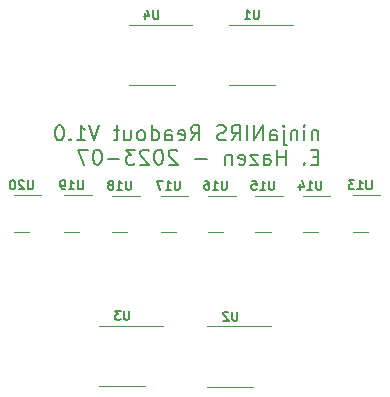
<source format=gbr>
%TF.GenerationSoftware,KiCad,Pcbnew,7.0.6-7.0.6~ubuntu22.04.1*%
%TF.CreationDate,2023-07-31T15:05:58-04:00*%
%TF.ProjectId,readout-box,72656164-6f75-4742-9d62-6f782e6b6963,rev?*%
%TF.SameCoordinates,Original*%
%TF.FileFunction,Legend,Bot*%
%TF.FilePolarity,Positive*%
%FSLAX46Y46*%
G04 Gerber Fmt 4.6, Leading zero omitted, Abs format (unit mm)*
G04 Created by KiCad (PCBNEW 7.0.6-7.0.6~ubuntu22.04.1) date 2023-07-31 15:05:58*
%MOMM*%
%LPD*%
G01*
G04 APERTURE LIST*
%ADD10C,0.152400*%
%ADD11C,0.127000*%
%ADD12C,0.120000*%
G04 APERTURE END LIST*
D10*
X71097356Y-45195284D02*
X71097356Y-46041951D01*
X71097356Y-45316236D02*
X71036879Y-45255760D01*
X71036879Y-45255760D02*
X70915927Y-45195284D01*
X70915927Y-45195284D02*
X70734498Y-45195284D01*
X70734498Y-45195284D02*
X70613546Y-45255760D01*
X70613546Y-45255760D02*
X70553070Y-45376713D01*
X70553070Y-45376713D02*
X70553070Y-46041951D01*
X69948308Y-46041951D02*
X69948308Y-45195284D01*
X69948308Y-44771951D02*
X70008784Y-44832427D01*
X70008784Y-44832427D02*
X69948308Y-44892903D01*
X69948308Y-44892903D02*
X69887831Y-44832427D01*
X69887831Y-44832427D02*
X69948308Y-44771951D01*
X69948308Y-44771951D02*
X69948308Y-44892903D01*
X69343546Y-45195284D02*
X69343546Y-46041951D01*
X69343546Y-45316236D02*
X69283069Y-45255760D01*
X69283069Y-45255760D02*
X69162117Y-45195284D01*
X69162117Y-45195284D02*
X68980688Y-45195284D01*
X68980688Y-45195284D02*
X68859736Y-45255760D01*
X68859736Y-45255760D02*
X68799260Y-45376713D01*
X68799260Y-45376713D02*
X68799260Y-46041951D01*
X68194498Y-45195284D02*
X68194498Y-46283855D01*
X68194498Y-46283855D02*
X68254974Y-46404808D01*
X68254974Y-46404808D02*
X68375926Y-46465284D01*
X68375926Y-46465284D02*
X68436402Y-46465284D01*
X68194498Y-44771951D02*
X68254974Y-44832427D01*
X68254974Y-44832427D02*
X68194498Y-44892903D01*
X68194498Y-44892903D02*
X68134021Y-44832427D01*
X68134021Y-44832427D02*
X68194498Y-44771951D01*
X68194498Y-44771951D02*
X68194498Y-44892903D01*
X67045450Y-46041951D02*
X67045450Y-45376713D01*
X67045450Y-45376713D02*
X67105926Y-45255760D01*
X67105926Y-45255760D02*
X67226878Y-45195284D01*
X67226878Y-45195284D02*
X67468783Y-45195284D01*
X67468783Y-45195284D02*
X67589736Y-45255760D01*
X67045450Y-45981475D02*
X67166402Y-46041951D01*
X67166402Y-46041951D02*
X67468783Y-46041951D01*
X67468783Y-46041951D02*
X67589736Y-45981475D01*
X67589736Y-45981475D02*
X67650212Y-45860522D01*
X67650212Y-45860522D02*
X67650212Y-45739570D01*
X67650212Y-45739570D02*
X67589736Y-45618617D01*
X67589736Y-45618617D02*
X67468783Y-45558141D01*
X67468783Y-45558141D02*
X67166402Y-45558141D01*
X67166402Y-45558141D02*
X67045450Y-45497665D01*
X66440688Y-46041951D02*
X66440688Y-44771951D01*
X66440688Y-44771951D02*
X65714973Y-46041951D01*
X65714973Y-46041951D02*
X65714973Y-44771951D01*
X65110212Y-46041951D02*
X65110212Y-44771951D01*
X63779735Y-46041951D02*
X64203069Y-45437189D01*
X64505450Y-46041951D02*
X64505450Y-44771951D01*
X64505450Y-44771951D02*
X64021640Y-44771951D01*
X64021640Y-44771951D02*
X63900688Y-44832427D01*
X63900688Y-44832427D02*
X63840211Y-44892903D01*
X63840211Y-44892903D02*
X63779735Y-45013855D01*
X63779735Y-45013855D02*
X63779735Y-45195284D01*
X63779735Y-45195284D02*
X63840211Y-45316236D01*
X63840211Y-45316236D02*
X63900688Y-45376713D01*
X63900688Y-45376713D02*
X64021640Y-45437189D01*
X64021640Y-45437189D02*
X64505450Y-45437189D01*
X63295926Y-45981475D02*
X63114497Y-46041951D01*
X63114497Y-46041951D02*
X62812116Y-46041951D01*
X62812116Y-46041951D02*
X62691164Y-45981475D01*
X62691164Y-45981475D02*
X62630688Y-45920998D01*
X62630688Y-45920998D02*
X62570211Y-45800046D01*
X62570211Y-45800046D02*
X62570211Y-45679094D01*
X62570211Y-45679094D02*
X62630688Y-45558141D01*
X62630688Y-45558141D02*
X62691164Y-45497665D01*
X62691164Y-45497665D02*
X62812116Y-45437189D01*
X62812116Y-45437189D02*
X63054021Y-45376713D01*
X63054021Y-45376713D02*
X63174973Y-45316236D01*
X63174973Y-45316236D02*
X63235450Y-45255760D01*
X63235450Y-45255760D02*
X63295926Y-45134808D01*
X63295926Y-45134808D02*
X63295926Y-45013855D01*
X63295926Y-45013855D02*
X63235450Y-44892903D01*
X63235450Y-44892903D02*
X63174973Y-44832427D01*
X63174973Y-44832427D02*
X63054021Y-44771951D01*
X63054021Y-44771951D02*
X62751640Y-44771951D01*
X62751640Y-44771951D02*
X62570211Y-44832427D01*
X60332592Y-46041951D02*
X60755926Y-45437189D01*
X61058307Y-46041951D02*
X61058307Y-44771951D01*
X61058307Y-44771951D02*
X60574497Y-44771951D01*
X60574497Y-44771951D02*
X60453545Y-44832427D01*
X60453545Y-44832427D02*
X60393068Y-44892903D01*
X60393068Y-44892903D02*
X60332592Y-45013855D01*
X60332592Y-45013855D02*
X60332592Y-45195284D01*
X60332592Y-45195284D02*
X60393068Y-45316236D01*
X60393068Y-45316236D02*
X60453545Y-45376713D01*
X60453545Y-45376713D02*
X60574497Y-45437189D01*
X60574497Y-45437189D02*
X61058307Y-45437189D01*
X59304497Y-45981475D02*
X59425449Y-46041951D01*
X59425449Y-46041951D02*
X59667354Y-46041951D01*
X59667354Y-46041951D02*
X59788307Y-45981475D01*
X59788307Y-45981475D02*
X59848783Y-45860522D01*
X59848783Y-45860522D02*
X59848783Y-45376713D01*
X59848783Y-45376713D02*
X59788307Y-45255760D01*
X59788307Y-45255760D02*
X59667354Y-45195284D01*
X59667354Y-45195284D02*
X59425449Y-45195284D01*
X59425449Y-45195284D02*
X59304497Y-45255760D01*
X59304497Y-45255760D02*
X59244021Y-45376713D01*
X59244021Y-45376713D02*
X59244021Y-45497665D01*
X59244021Y-45497665D02*
X59848783Y-45618617D01*
X58155450Y-46041951D02*
X58155450Y-45376713D01*
X58155450Y-45376713D02*
X58215926Y-45255760D01*
X58215926Y-45255760D02*
X58336878Y-45195284D01*
X58336878Y-45195284D02*
X58578783Y-45195284D01*
X58578783Y-45195284D02*
X58699736Y-45255760D01*
X58155450Y-45981475D02*
X58276402Y-46041951D01*
X58276402Y-46041951D02*
X58578783Y-46041951D01*
X58578783Y-46041951D02*
X58699736Y-45981475D01*
X58699736Y-45981475D02*
X58760212Y-45860522D01*
X58760212Y-45860522D02*
X58760212Y-45739570D01*
X58760212Y-45739570D02*
X58699736Y-45618617D01*
X58699736Y-45618617D02*
X58578783Y-45558141D01*
X58578783Y-45558141D02*
X58276402Y-45558141D01*
X58276402Y-45558141D02*
X58155450Y-45497665D01*
X57006402Y-46041951D02*
X57006402Y-44771951D01*
X57006402Y-45981475D02*
X57127354Y-46041951D01*
X57127354Y-46041951D02*
X57369259Y-46041951D01*
X57369259Y-46041951D02*
X57490211Y-45981475D01*
X57490211Y-45981475D02*
X57550688Y-45920998D01*
X57550688Y-45920998D02*
X57611164Y-45800046D01*
X57611164Y-45800046D02*
X57611164Y-45437189D01*
X57611164Y-45437189D02*
X57550688Y-45316236D01*
X57550688Y-45316236D02*
X57490211Y-45255760D01*
X57490211Y-45255760D02*
X57369259Y-45195284D01*
X57369259Y-45195284D02*
X57127354Y-45195284D01*
X57127354Y-45195284D02*
X57006402Y-45255760D01*
X56220211Y-46041951D02*
X56341163Y-45981475D01*
X56341163Y-45981475D02*
X56401640Y-45920998D01*
X56401640Y-45920998D02*
X56462116Y-45800046D01*
X56462116Y-45800046D02*
X56462116Y-45437189D01*
X56462116Y-45437189D02*
X56401640Y-45316236D01*
X56401640Y-45316236D02*
X56341163Y-45255760D01*
X56341163Y-45255760D02*
X56220211Y-45195284D01*
X56220211Y-45195284D02*
X56038782Y-45195284D01*
X56038782Y-45195284D02*
X55917830Y-45255760D01*
X55917830Y-45255760D02*
X55857354Y-45316236D01*
X55857354Y-45316236D02*
X55796878Y-45437189D01*
X55796878Y-45437189D02*
X55796878Y-45800046D01*
X55796878Y-45800046D02*
X55857354Y-45920998D01*
X55857354Y-45920998D02*
X55917830Y-45981475D01*
X55917830Y-45981475D02*
X56038782Y-46041951D01*
X56038782Y-46041951D02*
X56220211Y-46041951D01*
X54708306Y-45195284D02*
X54708306Y-46041951D01*
X55252592Y-45195284D02*
X55252592Y-45860522D01*
X55252592Y-45860522D02*
X55192115Y-45981475D01*
X55192115Y-45981475D02*
X55071163Y-46041951D01*
X55071163Y-46041951D02*
X54889734Y-46041951D01*
X54889734Y-46041951D02*
X54768782Y-45981475D01*
X54768782Y-45981475D02*
X54708306Y-45920998D01*
X54284972Y-45195284D02*
X53801163Y-45195284D01*
X54103544Y-44771951D02*
X54103544Y-45860522D01*
X54103544Y-45860522D02*
X54043067Y-45981475D01*
X54043067Y-45981475D02*
X53922115Y-46041951D01*
X53922115Y-46041951D02*
X53801163Y-46041951D01*
X52591639Y-44771951D02*
X52168306Y-46041951D01*
X52168306Y-46041951D02*
X51744972Y-44771951D01*
X50656401Y-46041951D02*
X51382116Y-46041951D01*
X51019259Y-46041951D02*
X51019259Y-44771951D01*
X51019259Y-44771951D02*
X51140211Y-44953379D01*
X51140211Y-44953379D02*
X51261163Y-45074332D01*
X51261163Y-45074332D02*
X51382116Y-45134808D01*
X50112116Y-45920998D02*
X50051639Y-45981475D01*
X50051639Y-45981475D02*
X50112116Y-46041951D01*
X50112116Y-46041951D02*
X50172592Y-45981475D01*
X50172592Y-45981475D02*
X50112116Y-45920998D01*
X50112116Y-45920998D02*
X50112116Y-46041951D01*
X49265449Y-44771951D02*
X49144496Y-44771951D01*
X49144496Y-44771951D02*
X49023544Y-44832427D01*
X49023544Y-44832427D02*
X48963068Y-44892903D01*
X48963068Y-44892903D02*
X48902592Y-45013855D01*
X48902592Y-45013855D02*
X48842115Y-45255760D01*
X48842115Y-45255760D02*
X48842115Y-45558141D01*
X48842115Y-45558141D02*
X48902592Y-45800046D01*
X48902592Y-45800046D02*
X48963068Y-45920998D01*
X48963068Y-45920998D02*
X49023544Y-45981475D01*
X49023544Y-45981475D02*
X49144496Y-46041951D01*
X49144496Y-46041951D02*
X49265449Y-46041951D01*
X49265449Y-46041951D02*
X49386401Y-45981475D01*
X49386401Y-45981475D02*
X49446877Y-45920998D01*
X49446877Y-45920998D02*
X49507354Y-45800046D01*
X49507354Y-45800046D02*
X49567830Y-45558141D01*
X49567830Y-45558141D02*
X49567830Y-45255760D01*
X49567830Y-45255760D02*
X49507354Y-45013855D01*
X49507354Y-45013855D02*
X49446877Y-44892903D01*
X49446877Y-44892903D02*
X49386401Y-44832427D01*
X49386401Y-44832427D02*
X49265449Y-44771951D01*
X71097356Y-47421413D02*
X70674022Y-47421413D01*
X70492594Y-48086651D02*
X71097356Y-48086651D01*
X71097356Y-48086651D02*
X71097356Y-46816651D01*
X71097356Y-46816651D02*
X70492594Y-46816651D01*
X69948308Y-47965698D02*
X69887831Y-48026175D01*
X69887831Y-48026175D02*
X69948308Y-48086651D01*
X69948308Y-48086651D02*
X70008784Y-48026175D01*
X70008784Y-48026175D02*
X69948308Y-47965698D01*
X69948308Y-47965698D02*
X69948308Y-48086651D01*
X68375927Y-48086651D02*
X68375927Y-46816651D01*
X68375927Y-47421413D02*
X67650212Y-47421413D01*
X67650212Y-48086651D02*
X67650212Y-46816651D01*
X66501165Y-48086651D02*
X66501165Y-47421413D01*
X66501165Y-47421413D02*
X66561641Y-47300460D01*
X66561641Y-47300460D02*
X66682593Y-47239984D01*
X66682593Y-47239984D02*
X66924498Y-47239984D01*
X66924498Y-47239984D02*
X67045451Y-47300460D01*
X66501165Y-48026175D02*
X66622117Y-48086651D01*
X66622117Y-48086651D02*
X66924498Y-48086651D01*
X66924498Y-48086651D02*
X67045451Y-48026175D01*
X67045451Y-48026175D02*
X67105927Y-47905222D01*
X67105927Y-47905222D02*
X67105927Y-47784270D01*
X67105927Y-47784270D02*
X67045451Y-47663317D01*
X67045451Y-47663317D02*
X66924498Y-47602841D01*
X66924498Y-47602841D02*
X66622117Y-47602841D01*
X66622117Y-47602841D02*
X66501165Y-47542365D01*
X66017355Y-47239984D02*
X65352117Y-47239984D01*
X65352117Y-47239984D02*
X66017355Y-48086651D01*
X66017355Y-48086651D02*
X65352117Y-48086651D01*
X64384498Y-48026175D02*
X64505450Y-48086651D01*
X64505450Y-48086651D02*
X64747355Y-48086651D01*
X64747355Y-48086651D02*
X64868308Y-48026175D01*
X64868308Y-48026175D02*
X64928784Y-47905222D01*
X64928784Y-47905222D02*
X64928784Y-47421413D01*
X64928784Y-47421413D02*
X64868308Y-47300460D01*
X64868308Y-47300460D02*
X64747355Y-47239984D01*
X64747355Y-47239984D02*
X64505450Y-47239984D01*
X64505450Y-47239984D02*
X64384498Y-47300460D01*
X64384498Y-47300460D02*
X64324022Y-47421413D01*
X64324022Y-47421413D02*
X64324022Y-47542365D01*
X64324022Y-47542365D02*
X64928784Y-47663317D01*
X63779737Y-47239984D02*
X63779737Y-48086651D01*
X63779737Y-47360936D02*
X63719260Y-47300460D01*
X63719260Y-47300460D02*
X63598308Y-47239984D01*
X63598308Y-47239984D02*
X63416879Y-47239984D01*
X63416879Y-47239984D02*
X63295927Y-47300460D01*
X63295927Y-47300460D02*
X63235451Y-47421413D01*
X63235451Y-47421413D02*
X63235451Y-48086651D01*
X61663070Y-47602841D02*
X60695451Y-47602841D01*
X59183546Y-46937603D02*
X59123070Y-46877127D01*
X59123070Y-46877127D02*
X59002117Y-46816651D01*
X59002117Y-46816651D02*
X58699736Y-46816651D01*
X58699736Y-46816651D02*
X58578784Y-46877127D01*
X58578784Y-46877127D02*
X58518308Y-46937603D01*
X58518308Y-46937603D02*
X58457831Y-47058555D01*
X58457831Y-47058555D02*
X58457831Y-47179508D01*
X58457831Y-47179508D02*
X58518308Y-47360936D01*
X58518308Y-47360936D02*
X59244022Y-48086651D01*
X59244022Y-48086651D02*
X58457831Y-48086651D01*
X57671641Y-46816651D02*
X57550688Y-46816651D01*
X57550688Y-46816651D02*
X57429736Y-46877127D01*
X57429736Y-46877127D02*
X57369260Y-46937603D01*
X57369260Y-46937603D02*
X57308784Y-47058555D01*
X57308784Y-47058555D02*
X57248307Y-47300460D01*
X57248307Y-47300460D02*
X57248307Y-47602841D01*
X57248307Y-47602841D02*
X57308784Y-47844746D01*
X57308784Y-47844746D02*
X57369260Y-47965698D01*
X57369260Y-47965698D02*
X57429736Y-48026175D01*
X57429736Y-48026175D02*
X57550688Y-48086651D01*
X57550688Y-48086651D02*
X57671641Y-48086651D01*
X57671641Y-48086651D02*
X57792593Y-48026175D01*
X57792593Y-48026175D02*
X57853069Y-47965698D01*
X57853069Y-47965698D02*
X57913546Y-47844746D01*
X57913546Y-47844746D02*
X57974022Y-47602841D01*
X57974022Y-47602841D02*
X57974022Y-47300460D01*
X57974022Y-47300460D02*
X57913546Y-47058555D01*
X57913546Y-47058555D02*
X57853069Y-46937603D01*
X57853069Y-46937603D02*
X57792593Y-46877127D01*
X57792593Y-46877127D02*
X57671641Y-46816651D01*
X56764498Y-46937603D02*
X56704022Y-46877127D01*
X56704022Y-46877127D02*
X56583069Y-46816651D01*
X56583069Y-46816651D02*
X56280688Y-46816651D01*
X56280688Y-46816651D02*
X56159736Y-46877127D01*
X56159736Y-46877127D02*
X56099260Y-46937603D01*
X56099260Y-46937603D02*
X56038783Y-47058555D01*
X56038783Y-47058555D02*
X56038783Y-47179508D01*
X56038783Y-47179508D02*
X56099260Y-47360936D01*
X56099260Y-47360936D02*
X56824974Y-48086651D01*
X56824974Y-48086651D02*
X56038783Y-48086651D01*
X55615450Y-46816651D02*
X54829259Y-46816651D01*
X54829259Y-46816651D02*
X55252593Y-47300460D01*
X55252593Y-47300460D02*
X55071164Y-47300460D01*
X55071164Y-47300460D02*
X54950212Y-47360936D01*
X54950212Y-47360936D02*
X54889736Y-47421413D01*
X54889736Y-47421413D02*
X54829259Y-47542365D01*
X54829259Y-47542365D02*
X54829259Y-47844746D01*
X54829259Y-47844746D02*
X54889736Y-47965698D01*
X54889736Y-47965698D02*
X54950212Y-48026175D01*
X54950212Y-48026175D02*
X55071164Y-48086651D01*
X55071164Y-48086651D02*
X55434021Y-48086651D01*
X55434021Y-48086651D02*
X55554974Y-48026175D01*
X55554974Y-48026175D02*
X55615450Y-47965698D01*
X54284974Y-47602841D02*
X53317355Y-47602841D01*
X52470688Y-46816651D02*
X52349735Y-46816651D01*
X52349735Y-46816651D02*
X52228783Y-46877127D01*
X52228783Y-46877127D02*
X52168307Y-46937603D01*
X52168307Y-46937603D02*
X52107831Y-47058555D01*
X52107831Y-47058555D02*
X52047354Y-47300460D01*
X52047354Y-47300460D02*
X52047354Y-47602841D01*
X52047354Y-47602841D02*
X52107831Y-47844746D01*
X52107831Y-47844746D02*
X52168307Y-47965698D01*
X52168307Y-47965698D02*
X52228783Y-48026175D01*
X52228783Y-48026175D02*
X52349735Y-48086651D01*
X52349735Y-48086651D02*
X52470688Y-48086651D01*
X52470688Y-48086651D02*
X52591640Y-48026175D01*
X52591640Y-48026175D02*
X52652116Y-47965698D01*
X52652116Y-47965698D02*
X52712593Y-47844746D01*
X52712593Y-47844746D02*
X52773069Y-47602841D01*
X52773069Y-47602841D02*
X52773069Y-47300460D01*
X52773069Y-47300460D02*
X52712593Y-47058555D01*
X52712593Y-47058555D02*
X52652116Y-46937603D01*
X52652116Y-46937603D02*
X52591640Y-46877127D01*
X52591640Y-46877127D02*
X52470688Y-46816651D01*
X51624021Y-46816651D02*
X50777354Y-46816651D01*
X50777354Y-46816651D02*
X51321640Y-48086651D01*
D11*
X64255571Y-60528911D02*
X64255571Y-61145768D01*
X64255571Y-61145768D02*
X64219285Y-61218340D01*
X64219285Y-61218340D02*
X64183000Y-61254626D01*
X64183000Y-61254626D02*
X64110428Y-61290911D01*
X64110428Y-61290911D02*
X63965285Y-61290911D01*
X63965285Y-61290911D02*
X63892714Y-61254626D01*
X63892714Y-61254626D02*
X63856428Y-61218340D01*
X63856428Y-61218340D02*
X63820142Y-61145768D01*
X63820142Y-61145768D02*
X63820142Y-60528911D01*
X63493571Y-60601483D02*
X63457285Y-60565197D01*
X63457285Y-60565197D02*
X63384714Y-60528911D01*
X63384714Y-60528911D02*
X63203285Y-60528911D01*
X63203285Y-60528911D02*
X63130714Y-60565197D01*
X63130714Y-60565197D02*
X63094428Y-60601483D01*
X63094428Y-60601483D02*
X63058142Y-60674054D01*
X63058142Y-60674054D02*
X63058142Y-60746626D01*
X63058142Y-60746626D02*
X63094428Y-60855483D01*
X63094428Y-60855483D02*
X63529856Y-61290911D01*
X63529856Y-61290911D02*
X63058142Y-61290911D01*
X67380928Y-49453911D02*
X67380928Y-50070768D01*
X67380928Y-50070768D02*
X67344642Y-50143340D01*
X67344642Y-50143340D02*
X67308357Y-50179626D01*
X67308357Y-50179626D02*
X67235785Y-50215911D01*
X67235785Y-50215911D02*
X67090642Y-50215911D01*
X67090642Y-50215911D02*
X67018071Y-50179626D01*
X67018071Y-50179626D02*
X66981785Y-50143340D01*
X66981785Y-50143340D02*
X66945499Y-50070768D01*
X66945499Y-50070768D02*
X66945499Y-49453911D01*
X66183499Y-50215911D02*
X66618928Y-50215911D01*
X66401213Y-50215911D02*
X66401213Y-49453911D01*
X66401213Y-49453911D02*
X66473785Y-49562768D01*
X66473785Y-49562768D02*
X66546356Y-49635340D01*
X66546356Y-49635340D02*
X66618928Y-49671626D01*
X65494071Y-49453911D02*
X65856928Y-49453911D01*
X65856928Y-49453911D02*
X65893214Y-49816768D01*
X65893214Y-49816768D02*
X65856928Y-49780483D01*
X65856928Y-49780483D02*
X65784357Y-49744197D01*
X65784357Y-49744197D02*
X65602928Y-49744197D01*
X65602928Y-49744197D02*
X65530357Y-49780483D01*
X65530357Y-49780483D02*
X65494071Y-49816768D01*
X65494071Y-49816768D02*
X65457785Y-49889340D01*
X65457785Y-49889340D02*
X65457785Y-50070768D01*
X65457785Y-50070768D02*
X65494071Y-50143340D01*
X65494071Y-50143340D02*
X65530357Y-50179626D01*
X65530357Y-50179626D02*
X65602928Y-50215911D01*
X65602928Y-50215911D02*
X65784357Y-50215911D01*
X65784357Y-50215911D02*
X65856928Y-50179626D01*
X65856928Y-50179626D02*
X65893214Y-50143340D01*
X51193428Y-49433911D02*
X51193428Y-50050768D01*
X51193428Y-50050768D02*
X51157142Y-50123340D01*
X51157142Y-50123340D02*
X51120857Y-50159626D01*
X51120857Y-50159626D02*
X51048285Y-50195911D01*
X51048285Y-50195911D02*
X50903142Y-50195911D01*
X50903142Y-50195911D02*
X50830571Y-50159626D01*
X50830571Y-50159626D02*
X50794285Y-50123340D01*
X50794285Y-50123340D02*
X50757999Y-50050768D01*
X50757999Y-50050768D02*
X50757999Y-49433911D01*
X49995999Y-50195911D02*
X50431428Y-50195911D01*
X50213713Y-50195911D02*
X50213713Y-49433911D01*
X50213713Y-49433911D02*
X50286285Y-49542768D01*
X50286285Y-49542768D02*
X50358856Y-49615340D01*
X50358856Y-49615340D02*
X50431428Y-49651626D01*
X49633142Y-50195911D02*
X49487999Y-50195911D01*
X49487999Y-50195911D02*
X49415428Y-50159626D01*
X49415428Y-50159626D02*
X49379142Y-50123340D01*
X49379142Y-50123340D02*
X49306571Y-50014483D01*
X49306571Y-50014483D02*
X49270285Y-49869340D01*
X49270285Y-49869340D02*
X49270285Y-49579054D01*
X49270285Y-49579054D02*
X49306571Y-49506483D01*
X49306571Y-49506483D02*
X49342857Y-49470197D01*
X49342857Y-49470197D02*
X49415428Y-49433911D01*
X49415428Y-49433911D02*
X49560571Y-49433911D01*
X49560571Y-49433911D02*
X49633142Y-49470197D01*
X49633142Y-49470197D02*
X49669428Y-49506483D01*
X49669428Y-49506483D02*
X49705714Y-49579054D01*
X49705714Y-49579054D02*
X49705714Y-49760483D01*
X49705714Y-49760483D02*
X49669428Y-49833054D01*
X49669428Y-49833054D02*
X49633142Y-49869340D01*
X49633142Y-49869340D02*
X49560571Y-49905626D01*
X49560571Y-49905626D02*
X49415428Y-49905626D01*
X49415428Y-49905626D02*
X49342857Y-49869340D01*
X49342857Y-49869340D02*
X49306571Y-49833054D01*
X49306571Y-49833054D02*
X49270285Y-49760483D01*
X55105571Y-60478911D02*
X55105571Y-61095768D01*
X55105571Y-61095768D02*
X55069285Y-61168340D01*
X55069285Y-61168340D02*
X55033000Y-61204626D01*
X55033000Y-61204626D02*
X54960428Y-61240911D01*
X54960428Y-61240911D02*
X54815285Y-61240911D01*
X54815285Y-61240911D02*
X54742714Y-61204626D01*
X54742714Y-61204626D02*
X54706428Y-61168340D01*
X54706428Y-61168340D02*
X54670142Y-61095768D01*
X54670142Y-61095768D02*
X54670142Y-60478911D01*
X54379856Y-60478911D02*
X53908142Y-60478911D01*
X53908142Y-60478911D02*
X54162142Y-60769197D01*
X54162142Y-60769197D02*
X54053285Y-60769197D01*
X54053285Y-60769197D02*
X53980714Y-60805483D01*
X53980714Y-60805483D02*
X53944428Y-60841768D01*
X53944428Y-60841768D02*
X53908142Y-60914340D01*
X53908142Y-60914340D02*
X53908142Y-61095768D01*
X53908142Y-61095768D02*
X53944428Y-61168340D01*
X53944428Y-61168340D02*
X53980714Y-61204626D01*
X53980714Y-61204626D02*
X54053285Y-61240911D01*
X54053285Y-61240911D02*
X54270999Y-61240911D01*
X54270999Y-61240911D02*
X54343571Y-61204626D01*
X54343571Y-61204626D02*
X54379856Y-61168340D01*
X63380928Y-49453911D02*
X63380928Y-50070768D01*
X63380928Y-50070768D02*
X63344642Y-50143340D01*
X63344642Y-50143340D02*
X63308357Y-50179626D01*
X63308357Y-50179626D02*
X63235785Y-50215911D01*
X63235785Y-50215911D02*
X63090642Y-50215911D01*
X63090642Y-50215911D02*
X63018071Y-50179626D01*
X63018071Y-50179626D02*
X62981785Y-50143340D01*
X62981785Y-50143340D02*
X62945499Y-50070768D01*
X62945499Y-50070768D02*
X62945499Y-49453911D01*
X62183499Y-50215911D02*
X62618928Y-50215911D01*
X62401213Y-50215911D02*
X62401213Y-49453911D01*
X62401213Y-49453911D02*
X62473785Y-49562768D01*
X62473785Y-49562768D02*
X62546356Y-49635340D01*
X62546356Y-49635340D02*
X62618928Y-49671626D01*
X61530357Y-49453911D02*
X61675499Y-49453911D01*
X61675499Y-49453911D02*
X61748071Y-49490197D01*
X61748071Y-49490197D02*
X61784357Y-49526483D01*
X61784357Y-49526483D02*
X61856928Y-49635340D01*
X61856928Y-49635340D02*
X61893214Y-49780483D01*
X61893214Y-49780483D02*
X61893214Y-50070768D01*
X61893214Y-50070768D02*
X61856928Y-50143340D01*
X61856928Y-50143340D02*
X61820642Y-50179626D01*
X61820642Y-50179626D02*
X61748071Y-50215911D01*
X61748071Y-50215911D02*
X61602928Y-50215911D01*
X61602928Y-50215911D02*
X61530357Y-50179626D01*
X61530357Y-50179626D02*
X61494071Y-50143340D01*
X61494071Y-50143340D02*
X61457785Y-50070768D01*
X61457785Y-50070768D02*
X61457785Y-49889340D01*
X61457785Y-49889340D02*
X61494071Y-49816768D01*
X61494071Y-49816768D02*
X61530357Y-49780483D01*
X61530357Y-49780483D02*
X61602928Y-49744197D01*
X61602928Y-49744197D02*
X61748071Y-49744197D01*
X61748071Y-49744197D02*
X61820642Y-49780483D01*
X61820642Y-49780483D02*
X61856928Y-49816768D01*
X61856928Y-49816768D02*
X61893214Y-49889340D01*
X75630928Y-49433911D02*
X75630928Y-50050768D01*
X75630928Y-50050768D02*
X75594642Y-50123340D01*
X75594642Y-50123340D02*
X75558357Y-50159626D01*
X75558357Y-50159626D02*
X75485785Y-50195911D01*
X75485785Y-50195911D02*
X75340642Y-50195911D01*
X75340642Y-50195911D02*
X75268071Y-50159626D01*
X75268071Y-50159626D02*
X75231785Y-50123340D01*
X75231785Y-50123340D02*
X75195499Y-50050768D01*
X75195499Y-50050768D02*
X75195499Y-49433911D01*
X74433499Y-50195911D02*
X74868928Y-50195911D01*
X74651213Y-50195911D02*
X74651213Y-49433911D01*
X74651213Y-49433911D02*
X74723785Y-49542768D01*
X74723785Y-49542768D02*
X74796356Y-49615340D01*
X74796356Y-49615340D02*
X74868928Y-49651626D01*
X74179499Y-49433911D02*
X73707785Y-49433911D01*
X73707785Y-49433911D02*
X73961785Y-49724197D01*
X73961785Y-49724197D02*
X73852928Y-49724197D01*
X73852928Y-49724197D02*
X73780357Y-49760483D01*
X73780357Y-49760483D02*
X73744071Y-49796768D01*
X73744071Y-49796768D02*
X73707785Y-49869340D01*
X73707785Y-49869340D02*
X73707785Y-50050768D01*
X73707785Y-50050768D02*
X73744071Y-50123340D01*
X73744071Y-50123340D02*
X73780357Y-50159626D01*
X73780357Y-50159626D02*
X73852928Y-50195911D01*
X73852928Y-50195911D02*
X74070642Y-50195911D01*
X74070642Y-50195911D02*
X74143214Y-50159626D01*
X74143214Y-50159626D02*
X74179499Y-50123340D01*
X66080571Y-35008911D02*
X66080571Y-35625768D01*
X66080571Y-35625768D02*
X66044285Y-35698340D01*
X66044285Y-35698340D02*
X66008000Y-35734626D01*
X66008000Y-35734626D02*
X65935428Y-35770911D01*
X65935428Y-35770911D02*
X65790285Y-35770911D01*
X65790285Y-35770911D02*
X65717714Y-35734626D01*
X65717714Y-35734626D02*
X65681428Y-35698340D01*
X65681428Y-35698340D02*
X65645142Y-35625768D01*
X65645142Y-35625768D02*
X65645142Y-35008911D01*
X64883142Y-35770911D02*
X65318571Y-35770911D01*
X65100856Y-35770911D02*
X65100856Y-35008911D01*
X65100856Y-35008911D02*
X65173428Y-35117768D01*
X65173428Y-35117768D02*
X65245999Y-35190340D01*
X65245999Y-35190340D02*
X65318571Y-35226626D01*
X46943428Y-49433911D02*
X46943428Y-50050768D01*
X46943428Y-50050768D02*
X46907142Y-50123340D01*
X46907142Y-50123340D02*
X46870857Y-50159626D01*
X46870857Y-50159626D02*
X46798285Y-50195911D01*
X46798285Y-50195911D02*
X46653142Y-50195911D01*
X46653142Y-50195911D02*
X46580571Y-50159626D01*
X46580571Y-50159626D02*
X46544285Y-50123340D01*
X46544285Y-50123340D02*
X46507999Y-50050768D01*
X46507999Y-50050768D02*
X46507999Y-49433911D01*
X46181428Y-49506483D02*
X46145142Y-49470197D01*
X46145142Y-49470197D02*
X46072571Y-49433911D01*
X46072571Y-49433911D02*
X45891142Y-49433911D01*
X45891142Y-49433911D02*
X45818571Y-49470197D01*
X45818571Y-49470197D02*
X45782285Y-49506483D01*
X45782285Y-49506483D02*
X45745999Y-49579054D01*
X45745999Y-49579054D02*
X45745999Y-49651626D01*
X45745999Y-49651626D02*
X45782285Y-49760483D01*
X45782285Y-49760483D02*
X46217713Y-50195911D01*
X46217713Y-50195911D02*
X45745999Y-50195911D01*
X45274285Y-49433911D02*
X45201714Y-49433911D01*
X45201714Y-49433911D02*
X45129142Y-49470197D01*
X45129142Y-49470197D02*
X45092857Y-49506483D01*
X45092857Y-49506483D02*
X45056571Y-49579054D01*
X45056571Y-49579054D02*
X45020285Y-49724197D01*
X45020285Y-49724197D02*
X45020285Y-49905626D01*
X45020285Y-49905626D02*
X45056571Y-50050768D01*
X45056571Y-50050768D02*
X45092857Y-50123340D01*
X45092857Y-50123340D02*
X45129142Y-50159626D01*
X45129142Y-50159626D02*
X45201714Y-50195911D01*
X45201714Y-50195911D02*
X45274285Y-50195911D01*
X45274285Y-50195911D02*
X45346857Y-50159626D01*
X45346857Y-50159626D02*
X45383142Y-50123340D01*
X45383142Y-50123340D02*
X45419428Y-50050768D01*
X45419428Y-50050768D02*
X45455714Y-49905626D01*
X45455714Y-49905626D02*
X45455714Y-49724197D01*
X45455714Y-49724197D02*
X45419428Y-49579054D01*
X45419428Y-49579054D02*
X45383142Y-49506483D01*
X45383142Y-49506483D02*
X45346857Y-49470197D01*
X45346857Y-49470197D02*
X45274285Y-49433911D01*
X55255928Y-49453911D02*
X55255928Y-50070768D01*
X55255928Y-50070768D02*
X55219642Y-50143340D01*
X55219642Y-50143340D02*
X55183357Y-50179626D01*
X55183357Y-50179626D02*
X55110785Y-50215911D01*
X55110785Y-50215911D02*
X54965642Y-50215911D01*
X54965642Y-50215911D02*
X54893071Y-50179626D01*
X54893071Y-50179626D02*
X54856785Y-50143340D01*
X54856785Y-50143340D02*
X54820499Y-50070768D01*
X54820499Y-50070768D02*
X54820499Y-49453911D01*
X54058499Y-50215911D02*
X54493928Y-50215911D01*
X54276213Y-50215911D02*
X54276213Y-49453911D01*
X54276213Y-49453911D02*
X54348785Y-49562768D01*
X54348785Y-49562768D02*
X54421356Y-49635340D01*
X54421356Y-49635340D02*
X54493928Y-49671626D01*
X53623071Y-49780483D02*
X53695642Y-49744197D01*
X53695642Y-49744197D02*
X53731928Y-49707911D01*
X53731928Y-49707911D02*
X53768214Y-49635340D01*
X53768214Y-49635340D02*
X53768214Y-49599054D01*
X53768214Y-49599054D02*
X53731928Y-49526483D01*
X53731928Y-49526483D02*
X53695642Y-49490197D01*
X53695642Y-49490197D02*
X53623071Y-49453911D01*
X53623071Y-49453911D02*
X53477928Y-49453911D01*
X53477928Y-49453911D02*
X53405357Y-49490197D01*
X53405357Y-49490197D02*
X53369071Y-49526483D01*
X53369071Y-49526483D02*
X53332785Y-49599054D01*
X53332785Y-49599054D02*
X53332785Y-49635340D01*
X53332785Y-49635340D02*
X53369071Y-49707911D01*
X53369071Y-49707911D02*
X53405357Y-49744197D01*
X53405357Y-49744197D02*
X53477928Y-49780483D01*
X53477928Y-49780483D02*
X53623071Y-49780483D01*
X53623071Y-49780483D02*
X53695642Y-49816768D01*
X53695642Y-49816768D02*
X53731928Y-49853054D01*
X53731928Y-49853054D02*
X53768214Y-49925626D01*
X53768214Y-49925626D02*
X53768214Y-50070768D01*
X53768214Y-50070768D02*
X53731928Y-50143340D01*
X53731928Y-50143340D02*
X53695642Y-50179626D01*
X53695642Y-50179626D02*
X53623071Y-50215911D01*
X53623071Y-50215911D02*
X53477928Y-50215911D01*
X53477928Y-50215911D02*
X53405357Y-50179626D01*
X53405357Y-50179626D02*
X53369071Y-50143340D01*
X53369071Y-50143340D02*
X53332785Y-50070768D01*
X53332785Y-50070768D02*
X53332785Y-49925626D01*
X53332785Y-49925626D02*
X53369071Y-49853054D01*
X53369071Y-49853054D02*
X53405357Y-49816768D01*
X53405357Y-49816768D02*
X53477928Y-49780483D01*
X57580571Y-35008911D02*
X57580571Y-35625768D01*
X57580571Y-35625768D02*
X57544285Y-35698340D01*
X57544285Y-35698340D02*
X57508000Y-35734626D01*
X57508000Y-35734626D02*
X57435428Y-35770911D01*
X57435428Y-35770911D02*
X57290285Y-35770911D01*
X57290285Y-35770911D02*
X57217714Y-35734626D01*
X57217714Y-35734626D02*
X57181428Y-35698340D01*
X57181428Y-35698340D02*
X57145142Y-35625768D01*
X57145142Y-35625768D02*
X57145142Y-35008911D01*
X56455714Y-35262911D02*
X56455714Y-35770911D01*
X56637142Y-34972626D02*
X56818571Y-35516911D01*
X56818571Y-35516911D02*
X56346856Y-35516911D01*
X71380928Y-49453911D02*
X71380928Y-50070768D01*
X71380928Y-50070768D02*
X71344642Y-50143340D01*
X71344642Y-50143340D02*
X71308357Y-50179626D01*
X71308357Y-50179626D02*
X71235785Y-50215911D01*
X71235785Y-50215911D02*
X71090642Y-50215911D01*
X71090642Y-50215911D02*
X71018071Y-50179626D01*
X71018071Y-50179626D02*
X70981785Y-50143340D01*
X70981785Y-50143340D02*
X70945499Y-50070768D01*
X70945499Y-50070768D02*
X70945499Y-49453911D01*
X70183499Y-50215911D02*
X70618928Y-50215911D01*
X70401213Y-50215911D02*
X70401213Y-49453911D01*
X70401213Y-49453911D02*
X70473785Y-49562768D01*
X70473785Y-49562768D02*
X70546356Y-49635340D01*
X70546356Y-49635340D02*
X70618928Y-49671626D01*
X69530357Y-49707911D02*
X69530357Y-50215911D01*
X69711785Y-49417626D02*
X69893214Y-49961911D01*
X69893214Y-49961911D02*
X69421499Y-49961911D01*
X59380928Y-49453911D02*
X59380928Y-50070768D01*
X59380928Y-50070768D02*
X59344642Y-50143340D01*
X59344642Y-50143340D02*
X59308357Y-50179626D01*
X59308357Y-50179626D02*
X59235785Y-50215911D01*
X59235785Y-50215911D02*
X59090642Y-50215911D01*
X59090642Y-50215911D02*
X59018071Y-50179626D01*
X59018071Y-50179626D02*
X58981785Y-50143340D01*
X58981785Y-50143340D02*
X58945499Y-50070768D01*
X58945499Y-50070768D02*
X58945499Y-49453911D01*
X58183499Y-50215911D02*
X58618928Y-50215911D01*
X58401213Y-50215911D02*
X58401213Y-49453911D01*
X58401213Y-49453911D02*
X58473785Y-49562768D01*
X58473785Y-49562768D02*
X58546356Y-49635340D01*
X58546356Y-49635340D02*
X58618928Y-49671626D01*
X57929499Y-49453911D02*
X57421499Y-49453911D01*
X57421499Y-49453911D02*
X57748071Y-50215911D01*
D12*
%TO.C,U2*%
X63675000Y-66905000D02*
X65625000Y-66905000D01*
X63675000Y-66905000D02*
X61725000Y-66905000D01*
X63675000Y-61785000D02*
X67125000Y-61785000D01*
X63675000Y-61785000D02*
X61725000Y-61785000D01*
%TO.C,U15*%
X66437500Y-53830000D02*
X67087500Y-53830000D01*
X66437500Y-53830000D02*
X65787500Y-53830000D01*
X66437500Y-50710000D02*
X68112500Y-50710000D01*
X66437500Y-50710000D02*
X65787500Y-50710000D01*
%TO.C,U19*%
X50250000Y-53810000D02*
X50900000Y-53810000D01*
X50250000Y-53810000D02*
X49600000Y-53810000D01*
X50250000Y-50690000D02*
X51925000Y-50690000D01*
X50250000Y-50690000D02*
X49600000Y-50690000D01*
%TO.C,U3*%
X54525000Y-66855000D02*
X56475000Y-66855000D01*
X54525000Y-66855000D02*
X52575000Y-66855000D01*
X54525000Y-61735000D02*
X57975000Y-61735000D01*
X54525000Y-61735000D02*
X52575000Y-61735000D01*
%TO.C,U16*%
X62437500Y-53830000D02*
X63087500Y-53830000D01*
X62437500Y-53830000D02*
X61787500Y-53830000D01*
X62437500Y-50710000D02*
X64112500Y-50710000D01*
X62437500Y-50710000D02*
X61787500Y-50710000D01*
%TO.C,U13*%
X74687500Y-53810000D02*
X75337500Y-53810000D01*
X74687500Y-53810000D02*
X74037500Y-53810000D01*
X74687500Y-50690000D02*
X76362500Y-50690000D01*
X74687500Y-50690000D02*
X74037500Y-50690000D01*
%TO.C,U1*%
X65500000Y-41385000D02*
X67450000Y-41385000D01*
X65500000Y-41385000D02*
X63550000Y-41385000D01*
X65500000Y-36265000D02*
X68950000Y-36265000D01*
X65500000Y-36265000D02*
X63550000Y-36265000D01*
%TO.C,U20*%
X46000000Y-53810000D02*
X46650000Y-53810000D01*
X46000000Y-53810000D02*
X45350000Y-53810000D01*
X46000000Y-50690000D02*
X47675000Y-50690000D01*
X46000000Y-50690000D02*
X45350000Y-50690000D01*
%TO.C,U18*%
X54312500Y-53830000D02*
X54962500Y-53830000D01*
X54312500Y-53830000D02*
X53662500Y-53830000D01*
X54312500Y-50710000D02*
X55987500Y-50710000D01*
X54312500Y-50710000D02*
X53662500Y-50710000D01*
%TO.C,U4*%
X57000000Y-41385000D02*
X58950000Y-41385000D01*
X57000000Y-41385000D02*
X55050000Y-41385000D01*
X57000000Y-36265000D02*
X60450000Y-36265000D01*
X57000000Y-36265000D02*
X55050000Y-36265000D01*
%TO.C,U14*%
X70437500Y-53830000D02*
X71087500Y-53830000D01*
X70437500Y-53830000D02*
X69787500Y-53830000D01*
X70437500Y-50710000D02*
X72112500Y-50710000D01*
X70437500Y-50710000D02*
X69787500Y-50710000D01*
%TO.C,U17*%
X58437500Y-53830000D02*
X59087500Y-53830000D01*
X58437500Y-53830000D02*
X57787500Y-53830000D01*
X58437500Y-50710000D02*
X60112500Y-50710000D01*
X58437500Y-50710000D02*
X57787500Y-50710000D01*
%TD*%
M02*

</source>
